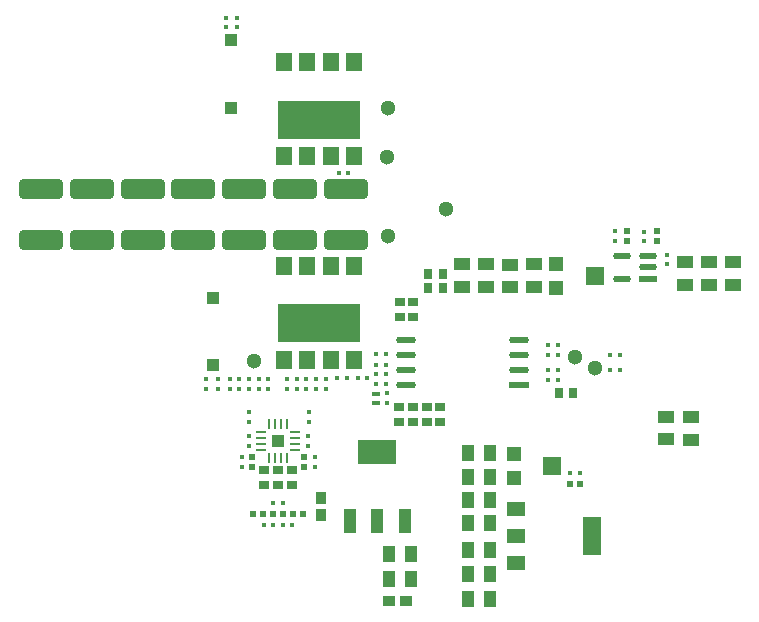
<source format=gbr>
%TF.GenerationSoftware,Altium Limited,Altium Designer,22.9.1 (49)*%
G04 Layer_Color=65280*
%FSLAX45Y45*%
%MOMM*%
%TF.SameCoordinates,C6D2A98E-D71B-44EB-B230-12E80A119C5B*%
%TF.FilePolarity,Positive*%
%TF.FileFunction,Paste,Top*%
%TF.Part,Single*%
G01*
G75*
%TA.AperFunction,SMDPad,CuDef*%
%ADD10R,1.20000X1.20000*%
%ADD11R,1.52400X1.52400*%
%ADD12C,1.30000*%
%ADD13R,1.00000X2.15000*%
%ADD14R,3.25000X2.15000*%
%ADD15R,1.60000X1.20000*%
%ADD16R,1.60000X3.30000*%
%ADD17R,1.65506X0.58213*%
G04:AMPARAMS|DCode=18|XSize=1.65506mm|YSize=0.58213mm|CornerRadius=0.29107mm|HoleSize=0mm|Usage=FLASHONLY|Rotation=180.000|XOffset=0mm|YOffset=0mm|HoleType=Round|Shape=RoundedRectangle|*
%AMROUNDEDRECTD18*
21,1,1.65506,0.00000,0,0,180.0*
21,1,1.07293,0.58213,0,0,180.0*
1,1,0.58213,-0.53646,0.00000*
1,1,0.58213,0.53646,0.00000*
1,1,0.58213,0.53646,0.00000*
1,1,0.58213,-0.53646,0.00000*
%
%ADD18ROUNDEDRECTD18*%
%ADD19R,1.00000X1.00000*%
%ADD20R,0.45000X0.45000*%
G04:AMPARAMS|DCode=24|XSize=1.50543mm|YSize=0.57583mm|CornerRadius=0.28791mm|HoleSize=0mm|Usage=FLASHONLY|Rotation=180.000|XOffset=0mm|YOffset=0mm|HoleType=Round|Shape=RoundedRectangle|*
%AMROUNDEDRECTD24*
21,1,1.50543,0.00000,0,0,180.0*
21,1,0.92960,0.57583,0,0,180.0*
1,1,0.57583,-0.46480,0.00000*
1,1,0.57583,0.46480,0.00000*
1,1,0.57583,0.46480,0.00000*
1,1,0.57583,-0.46480,0.00000*
%
%ADD24ROUNDEDRECTD24*%
%ADD25R,1.50543X0.57583*%
%ADD26R,0.95822X1.00650*%
%ADD27R,0.71120X0.39370*%
%ADD28R,1.35000X1.65000*%
%ADD29R,7.00000X3.20000*%
G04:AMPARAMS|DCode=31|XSize=1.7mm|YSize=3.8mm|CornerRadius=0.425mm|HoleSize=0mm|Usage=FLASHONLY|Rotation=90.000|XOffset=0mm|YOffset=0mm|HoleType=Round|Shape=RoundedRectangle|*
%AMROUNDEDRECTD31*
21,1,1.70000,2.95000,0,0,90.0*
21,1,0.85000,3.80000,0,0,90.0*
1,1,0.85000,1.47500,0.42500*
1,1,0.85000,1.47500,-0.42500*
1,1,0.85000,-1.47500,-0.42500*
1,1,0.85000,-1.47500,0.42500*
%
%ADD31ROUNDEDRECTD31*%
%ADD32R,1.45000X1.00000*%
%ADD33R,0.75000X0.85000*%
%ADD34R,0.52000X0.52000*%
%ADD35R,1.00000X1.45000*%
%ADD36R,1.00650X0.95822*%
%ADD37R,0.85000X0.75000*%
%ADD38R,0.52000X0.52000*%
%ADD39R,0.45000X0.45000*%
G04:AMPARAMS|DCode=69|XSize=0.79639mm|YSize=0.19639mm|CornerRadius=0.00069mm|HoleSize=0mm|Usage=FLASHONLY|Rotation=90.000|XOffset=0mm|YOffset=0mm|HoleType=Round|Shape=RoundedRectangle|*
%AMROUNDEDRECTD69*
21,1,0.79639,0.19500,0,0,90.0*
21,1,0.79500,0.19639,0,0,90.0*
1,1,0.00139,0.09750,0.39750*
1,1,0.00139,0.09750,-0.39750*
1,1,0.00139,-0.09750,-0.39750*
1,1,0.00139,-0.09750,0.39750*
%
%ADD69ROUNDEDRECTD69*%
G04:AMPARAMS|DCode=70|XSize=0.79639mm|YSize=0.19639mm|CornerRadius=0.00069mm|HoleSize=0mm|Usage=FLASHONLY|Rotation=0.000|XOffset=0mm|YOffset=0mm|HoleType=Round|Shape=RoundedRectangle|*
%AMROUNDEDRECTD70*
21,1,0.79639,0.19500,0,0,0.0*
21,1,0.79500,0.19639,0,0,0.0*
1,1,0.00139,0.39750,-0.09750*
1,1,0.00139,-0.39750,-0.09750*
1,1,0.00139,-0.39750,0.09750*
1,1,0.00139,0.39750,0.09750*
%
%ADD70ROUNDEDRECTD70*%
G36*
X3197500Y2560500D02*
X3091500D01*
Y2666500D01*
X3197500D01*
Y2560500D01*
D02*
G37*
D10*
X5137500Y2300000D02*
D03*
Y2500000D02*
D03*
X5495000Y4107500D02*
D03*
Y3907500D02*
D03*
D11*
X5467500Y2400000D02*
D03*
X5825000Y4007500D02*
D03*
D12*
Y3230000D02*
D03*
X4062500Y5017500D02*
D03*
X4077500Y5432500D02*
D03*
X5655000Y3320000D02*
D03*
X4567500Y4580000D02*
D03*
X4075000Y4350000D02*
D03*
X2940000Y3287500D02*
D03*
D13*
X3755000Y1932500D02*
D03*
X3985000D02*
D03*
X4215000D02*
D03*
D14*
X3985000Y2517500D02*
D03*
D15*
X5160000Y2035000D02*
D03*
Y1805000D02*
D03*
Y1575000D02*
D03*
D16*
X5800000Y1805000D02*
D03*
D17*
X5187318Y3088500D02*
D03*
D18*
Y3469500D02*
D03*
X4231203Y3088500D02*
D03*
Y3469500D02*
D03*
X5187318Y3215500D02*
D03*
Y3342500D02*
D03*
X4231203Y3215500D02*
D03*
Y3342500D02*
D03*
D19*
X2745013Y6005000D02*
D03*
Y5435000D02*
D03*
X2589999Y3254999D02*
D03*
Y3825000D02*
D03*
D20*
X5696500Y2342500D02*
D03*
X5616500D02*
D03*
X6035680Y3212040D02*
D03*
X5955680D02*
D03*
X6035000Y3342500D02*
D03*
X5955000D02*
D03*
X3104500Y1903500D02*
D03*
X3024500D02*
D03*
X3184500Y2083500D02*
D03*
X3104500D02*
D03*
X3184500Y1903500D02*
D03*
X3264499D02*
D03*
X3820870Y3146515D02*
D03*
X3900871D02*
D03*
X4055925Y3095858D02*
D03*
X3975925D02*
D03*
X4055925Y3177500D02*
D03*
X3975925D02*
D03*
X4055925Y3258550D02*
D03*
X3975925D02*
D03*
X4055925Y3345000D02*
D03*
X3975925D02*
D03*
X3657500Y4882500D02*
D03*
X3737501D02*
D03*
X3645845Y3146514D02*
D03*
X3725845D02*
D03*
D24*
X6275038Y4082500D02*
D03*
X6054961Y3987500D02*
D03*
X6275038Y4177500D02*
D03*
X6054961D02*
D03*
D25*
X6275038Y3987500D02*
D03*
D26*
X3505000Y2130086D02*
D03*
Y1984914D02*
D03*
D27*
X3972500Y3007425D02*
D03*
Y2937575D02*
D03*
D28*
X3190900Y3301700D02*
D03*
X3390900D02*
D03*
X3790900Y4096700D02*
D03*
X3590900D02*
D03*
X3390900D02*
D03*
X3190900D02*
D03*
X3590900Y3301700D02*
D03*
X3790900D02*
D03*
X3790900Y5817500D02*
D03*
X3590900D02*
D03*
X3190900D02*
D03*
X3390900D02*
D03*
X3190900Y5022500D02*
D03*
X3390900D02*
D03*
X3590900D02*
D03*
X3790900D02*
D03*
D29*
X3490900Y3608200D02*
D03*
X3490900Y5329000D02*
D03*
D31*
X3717541Y4744900D02*
D03*
Y4314898D02*
D03*
X1567342Y4744900D02*
D03*
Y4314898D02*
D03*
X2427422D02*
D03*
Y4744900D02*
D03*
X3287501D02*
D03*
Y4314898D02*
D03*
X1997382D02*
D03*
Y4744900D02*
D03*
X1137580Y4745001D02*
D03*
Y4314999D02*
D03*
X2857461Y4314898D02*
D03*
Y4744900D02*
D03*
D32*
X6586933Y3936152D02*
D03*
Y4126153D02*
D03*
X6430440Y2818820D02*
D03*
Y2628820D02*
D03*
X6638180Y2624180D02*
D03*
Y2814180D02*
D03*
X6790133Y4126153D02*
D03*
Y3936152D02*
D03*
X6993333D02*
D03*
Y4126153D02*
D03*
X4907500Y4107500D02*
D03*
Y3917500D02*
D03*
X5105075Y4105992D02*
D03*
Y3915992D02*
D03*
X5307500Y4107500D02*
D03*
Y3917500D02*
D03*
X4702500Y4107500D02*
D03*
Y3917500D02*
D03*
D33*
X5645000Y3015000D02*
D03*
X5520000D02*
D03*
X4412500Y4025000D02*
D03*
X4537500D02*
D03*
X4412500Y3908317D02*
D03*
X4537500D02*
D03*
D34*
X5700000Y2247500D02*
D03*
X5618000D02*
D03*
X3015500Y1993500D02*
D03*
X2933499D02*
D03*
X3185501Y1993500D02*
D03*
X3103499D02*
D03*
X3273499D02*
D03*
X3355501D02*
D03*
D35*
X4270000Y1655000D02*
D03*
X4080000D02*
D03*
X4270000Y1447500D02*
D03*
X4080000D02*
D03*
X4748692Y2110930D02*
D03*
X4938692D02*
D03*
X4748692Y1921091D02*
D03*
X4938692D02*
D03*
X4748692Y1485000D02*
D03*
X4938692D02*
D03*
X4748692Y1277500D02*
D03*
X4938692D02*
D03*
X4748692Y2513684D02*
D03*
X4938692D02*
D03*
X4748692Y2310484D02*
D03*
X4938692D02*
D03*
X4748692Y1685630D02*
D03*
X4938692D02*
D03*
D36*
X4225171Y1255000D02*
D03*
X4080000D02*
D03*
D37*
X3144500Y2241001D02*
D03*
Y2365999D02*
D03*
X3264500Y2241001D02*
D03*
Y2365999D02*
D03*
X3024500Y2241001D02*
D03*
Y2365999D02*
D03*
X4290000Y3787500D02*
D03*
Y3662500D02*
D03*
X4173317Y3787500D02*
D03*
Y3662500D02*
D03*
X4401684Y2775000D02*
D03*
Y2900000D02*
D03*
X4285000Y2775000D02*
D03*
Y2900000D02*
D03*
X4518367Y2775000D02*
D03*
Y2900000D02*
D03*
X4168317Y2775000D02*
D03*
Y2900000D02*
D03*
D38*
X3364500Y2392499D02*
D03*
Y2474501D02*
D03*
X2924500Y2392499D02*
D03*
Y2474501D02*
D03*
X6095000Y4391000D02*
D03*
Y4309000D02*
D03*
X6350000Y4390500D02*
D03*
Y4308500D02*
D03*
D39*
X5425740Y3211560D02*
D03*
Y3131560D02*
D03*
X5514640Y3211560D02*
D03*
Y3131560D02*
D03*
X5517140Y3342020D02*
D03*
Y3422020D02*
D03*
X5428240Y3342020D02*
D03*
Y3422020D02*
D03*
X2894500Y2653500D02*
D03*
Y2573500D02*
D03*
X2894499Y2853500D02*
D03*
Y2773500D02*
D03*
X2834500Y2393500D02*
D03*
Y2473500D02*
D03*
X3404500Y2773500D02*
D03*
Y2853500D02*
D03*
X3454500Y2473500D02*
D03*
Y2393500D02*
D03*
X3394500Y2573500D02*
D03*
Y2653500D02*
D03*
X2634999Y3055002D02*
D03*
Y3135002D02*
D03*
X2529974Y3055002D02*
D03*
Y3135002D02*
D03*
X4062500Y3015000D02*
D03*
Y2935000D02*
D03*
X2703736Y6117500D02*
D03*
Y6197500D02*
D03*
X2792500Y6117500D02*
D03*
Y6197500D02*
D03*
X2735560Y3134200D02*
D03*
Y3054200D02*
D03*
X2816840Y3134200D02*
D03*
Y3054200D02*
D03*
X2898120Y3134200D02*
D03*
Y3054200D02*
D03*
X2979400Y3134200D02*
D03*
Y3054200D02*
D03*
X3060680Y3134200D02*
D03*
Y3054200D02*
D03*
X3220700Y3134200D02*
D03*
Y3054200D02*
D03*
X3301980Y3134200D02*
D03*
Y3054200D02*
D03*
X3383260Y3134200D02*
D03*
Y3054200D02*
D03*
X3464540Y3134200D02*
D03*
Y3054200D02*
D03*
X3545820Y3134200D02*
D03*
Y3054200D02*
D03*
X6240000Y4305000D02*
D03*
Y4385000D02*
D03*
X6440000Y4187500D02*
D03*
Y4107500D02*
D03*
X5995000Y4307500D02*
D03*
Y4387500D02*
D03*
D69*
X3169500Y2758500D02*
D03*
X3119500D02*
D03*
X3219500D02*
D03*
X3069500D02*
D03*
X3219500Y2468500D02*
D03*
X3119500D02*
D03*
X3169500D02*
D03*
X3069500D02*
D03*
D70*
X3289500Y2588500D02*
D03*
Y2638500D02*
D03*
X2999500D02*
D03*
Y2588500D02*
D03*
Y2538500D02*
D03*
X3289500D02*
D03*
Y2688500D02*
D03*
X2999500D02*
D03*
%TF.MD5,d10ad33500d6918b9bbc07a9c99d46f4*%
M02*

</source>
